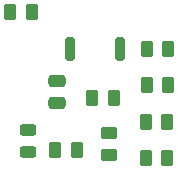
<source format=gbr>
%TF.GenerationSoftware,KiCad,Pcbnew,(6.0.11)*%
%TF.CreationDate,2023-10-05T10:27:58-03:00*%
%TF.ProjectId,gerenciador_de_bateria_2.0,67657265-6e63-4696-9164-6f725f64655f,rev?*%
%TF.SameCoordinates,Original*%
%TF.FileFunction,Paste,Bot*%
%TF.FilePolarity,Positive*%
%FSLAX46Y46*%
G04 Gerber Fmt 4.6, Leading zero omitted, Abs format (unit mm)*
G04 Created by KiCad (PCBNEW (6.0.11)) date 2023-10-05 10:27:58*
%MOMM*%
%LPD*%
G01*
G04 APERTURE LIST*
G04 Aperture macros list*
%AMRoundRect*
0 Rectangle with rounded corners*
0 $1 Rounding radius*
0 $2 $3 $4 $5 $6 $7 $8 $9 X,Y pos of 4 corners*
0 Add a 4 corners polygon primitive as box body*
4,1,4,$2,$3,$4,$5,$6,$7,$8,$9,$2,$3,0*
0 Add four circle primitives for the rounded corners*
1,1,$1+$1,$2,$3*
1,1,$1+$1,$4,$5*
1,1,$1+$1,$6,$7*
1,1,$1+$1,$8,$9*
0 Add four rect primitives between the rounded corners*
20,1,$1+$1,$2,$3,$4,$5,0*
20,1,$1+$1,$4,$5,$6,$7,0*
20,1,$1+$1,$6,$7,$8,$9,0*
20,1,$1+$1,$8,$9,$2,$3,0*%
G04 Aperture macros list end*
%ADD10RoundRect,0.250000X0.262500X0.450000X-0.262500X0.450000X-0.262500X-0.450000X0.262500X-0.450000X0*%
%ADD11RoundRect,0.250000X-0.262500X-0.450000X0.262500X-0.450000X0.262500X0.450000X-0.262500X0.450000X0*%
%ADD12RoundRect,0.250000X-0.450000X0.262500X-0.450000X-0.262500X0.450000X-0.262500X0.450000X0.262500X0*%
%ADD13RoundRect,0.250000X-0.475000X0.250000X-0.475000X-0.250000X0.475000X-0.250000X0.475000X0.250000X0*%
%ADD14RoundRect,0.200000X0.200000X0.800000X-0.200000X0.800000X-0.200000X-0.800000X0.200000X-0.800000X0*%
%ADD15RoundRect,0.243750X-0.456250X0.243750X-0.456250X-0.243750X0.456250X-0.243750X0.456250X0.243750X0*%
G04 APERTURE END LIST*
D10*
%TO.C,R1*%
X117700000Y-116990000D03*
X115875000Y-116990000D03*
%TD*%
D11*
%TO.C,R7*%
X127427500Y-123210000D03*
X129252500Y-123210000D03*
%TD*%
D10*
%TO.C,R12*%
X129172500Y-126310000D03*
X127347500Y-126310000D03*
%TD*%
D11*
%TO.C,R5*%
X119686700Y-128727200D03*
X121511700Y-128727200D03*
%TD*%
D12*
%TO.C,R4*%
X124256800Y-127255900D03*
X124256800Y-129080900D03*
%TD*%
D11*
%TO.C,R6*%
X122787500Y-124290000D03*
X124612500Y-124290000D03*
%TD*%
D13*
%TO.C,C11*%
X119840000Y-122830000D03*
X119840000Y-124730000D03*
%TD*%
D10*
%TO.C,R8*%
X129252500Y-120140000D03*
X127427500Y-120140000D03*
%TD*%
D14*
%TO.C,SW1*%
X125170000Y-120130000D03*
X120970000Y-120130000D03*
%TD*%
D10*
%TO.C,R11*%
X129170000Y-129340000D03*
X127345000Y-129340000D03*
%TD*%
D15*
%TO.C,D1*%
X117380000Y-127012500D03*
X117380000Y-128887500D03*
%TD*%
M02*

</source>
